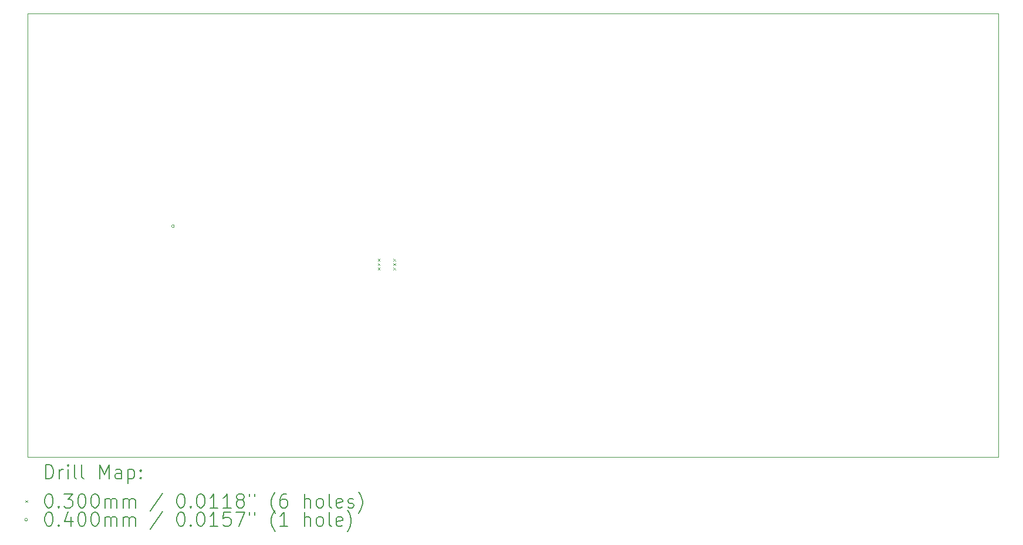
<source format=gbr>
%TF.GenerationSoftware,KiCad,Pcbnew,8.0.6*%
%TF.CreationDate,2025-02-07T02:34:47-05:00*%
%TF.ProjectId,SCAN,5343414e-2e6b-4696-9361-645f70636258,v1.0*%
%TF.SameCoordinates,Original*%
%TF.FileFunction,Drillmap*%
%TF.FilePolarity,Positive*%
%FSLAX45Y45*%
G04 Gerber Fmt 4.5, Leading zero omitted, Abs format (unit mm)*
G04 Created by KiCad (PCBNEW 8.0.6) date 2025-02-07 02:34:47*
%MOMM*%
%LPD*%
G01*
G04 APERTURE LIST*
%ADD10C,0.100000*%
%ADD11C,0.200000*%
G04 APERTURE END LIST*
D10*
X5700000Y-6800000D02*
X19700000Y-6800000D01*
X19700000Y-13200000D01*
X5700000Y-13200000D01*
X5700000Y-6800000D01*
D11*
D10*
X10747000Y-10344000D02*
X10777000Y-10374000D01*
X10777000Y-10344000D02*
X10747000Y-10374000D01*
X10747000Y-10408500D02*
X10777000Y-10438500D01*
X10777000Y-10408500D02*
X10747000Y-10438500D01*
X10747000Y-10473000D02*
X10777000Y-10503000D01*
X10777000Y-10473000D02*
X10747000Y-10503000D01*
X10972000Y-10344000D02*
X11002000Y-10374000D01*
X11002000Y-10344000D02*
X10972000Y-10374000D01*
X10972000Y-10408500D02*
X11002000Y-10438500D01*
X11002000Y-10408500D02*
X10972000Y-10438500D01*
X10972000Y-10473000D02*
X11002000Y-10503000D01*
X11002000Y-10473000D02*
X10972000Y-10503000D01*
X7813000Y-9873000D02*
G75*
G02*
X7773000Y-9873000I-20000J0D01*
G01*
X7773000Y-9873000D02*
G75*
G02*
X7813000Y-9873000I20000J0D01*
G01*
D11*
X5955777Y-13516484D02*
X5955777Y-13316484D01*
X5955777Y-13316484D02*
X6003396Y-13316484D01*
X6003396Y-13316484D02*
X6031967Y-13326008D01*
X6031967Y-13326008D02*
X6051015Y-13345055D01*
X6051015Y-13345055D02*
X6060539Y-13364103D01*
X6060539Y-13364103D02*
X6070062Y-13402198D01*
X6070062Y-13402198D02*
X6070062Y-13430769D01*
X6070062Y-13430769D02*
X6060539Y-13468865D01*
X6060539Y-13468865D02*
X6051015Y-13487912D01*
X6051015Y-13487912D02*
X6031967Y-13506960D01*
X6031967Y-13506960D02*
X6003396Y-13516484D01*
X6003396Y-13516484D02*
X5955777Y-13516484D01*
X6155777Y-13516484D02*
X6155777Y-13383150D01*
X6155777Y-13421246D02*
X6165301Y-13402198D01*
X6165301Y-13402198D02*
X6174824Y-13392674D01*
X6174824Y-13392674D02*
X6193872Y-13383150D01*
X6193872Y-13383150D02*
X6212920Y-13383150D01*
X6279586Y-13516484D02*
X6279586Y-13383150D01*
X6279586Y-13316484D02*
X6270062Y-13326008D01*
X6270062Y-13326008D02*
X6279586Y-13335531D01*
X6279586Y-13335531D02*
X6289110Y-13326008D01*
X6289110Y-13326008D02*
X6279586Y-13316484D01*
X6279586Y-13316484D02*
X6279586Y-13335531D01*
X6403396Y-13516484D02*
X6384348Y-13506960D01*
X6384348Y-13506960D02*
X6374824Y-13487912D01*
X6374824Y-13487912D02*
X6374824Y-13316484D01*
X6508158Y-13516484D02*
X6489110Y-13506960D01*
X6489110Y-13506960D02*
X6479586Y-13487912D01*
X6479586Y-13487912D02*
X6479586Y-13316484D01*
X6736729Y-13516484D02*
X6736729Y-13316484D01*
X6736729Y-13316484D02*
X6803396Y-13459341D01*
X6803396Y-13459341D02*
X6870062Y-13316484D01*
X6870062Y-13316484D02*
X6870062Y-13516484D01*
X7051015Y-13516484D02*
X7051015Y-13411722D01*
X7051015Y-13411722D02*
X7041491Y-13392674D01*
X7041491Y-13392674D02*
X7022443Y-13383150D01*
X7022443Y-13383150D02*
X6984348Y-13383150D01*
X6984348Y-13383150D02*
X6965301Y-13392674D01*
X7051015Y-13506960D02*
X7031967Y-13516484D01*
X7031967Y-13516484D02*
X6984348Y-13516484D01*
X6984348Y-13516484D02*
X6965301Y-13506960D01*
X6965301Y-13506960D02*
X6955777Y-13487912D01*
X6955777Y-13487912D02*
X6955777Y-13468865D01*
X6955777Y-13468865D02*
X6965301Y-13449817D01*
X6965301Y-13449817D02*
X6984348Y-13440293D01*
X6984348Y-13440293D02*
X7031967Y-13440293D01*
X7031967Y-13440293D02*
X7051015Y-13430769D01*
X7146253Y-13383150D02*
X7146253Y-13583150D01*
X7146253Y-13392674D02*
X7165301Y-13383150D01*
X7165301Y-13383150D02*
X7203396Y-13383150D01*
X7203396Y-13383150D02*
X7222443Y-13392674D01*
X7222443Y-13392674D02*
X7231967Y-13402198D01*
X7231967Y-13402198D02*
X7241491Y-13421246D01*
X7241491Y-13421246D02*
X7241491Y-13478388D01*
X7241491Y-13478388D02*
X7231967Y-13497436D01*
X7231967Y-13497436D02*
X7222443Y-13506960D01*
X7222443Y-13506960D02*
X7203396Y-13516484D01*
X7203396Y-13516484D02*
X7165301Y-13516484D01*
X7165301Y-13516484D02*
X7146253Y-13506960D01*
X7327205Y-13497436D02*
X7336729Y-13506960D01*
X7336729Y-13506960D02*
X7327205Y-13516484D01*
X7327205Y-13516484D02*
X7317682Y-13506960D01*
X7317682Y-13506960D02*
X7327205Y-13497436D01*
X7327205Y-13497436D02*
X7327205Y-13516484D01*
X7327205Y-13392674D02*
X7336729Y-13402198D01*
X7336729Y-13402198D02*
X7327205Y-13411722D01*
X7327205Y-13411722D02*
X7317682Y-13402198D01*
X7317682Y-13402198D02*
X7327205Y-13392674D01*
X7327205Y-13392674D02*
X7327205Y-13411722D01*
D10*
X5665000Y-13830000D02*
X5695000Y-13860000D01*
X5695000Y-13830000D02*
X5665000Y-13860000D01*
D11*
X5993872Y-13736484D02*
X6012920Y-13736484D01*
X6012920Y-13736484D02*
X6031967Y-13746008D01*
X6031967Y-13746008D02*
X6041491Y-13755531D01*
X6041491Y-13755531D02*
X6051015Y-13774579D01*
X6051015Y-13774579D02*
X6060539Y-13812674D01*
X6060539Y-13812674D02*
X6060539Y-13860293D01*
X6060539Y-13860293D02*
X6051015Y-13898388D01*
X6051015Y-13898388D02*
X6041491Y-13917436D01*
X6041491Y-13917436D02*
X6031967Y-13926960D01*
X6031967Y-13926960D02*
X6012920Y-13936484D01*
X6012920Y-13936484D02*
X5993872Y-13936484D01*
X5993872Y-13936484D02*
X5974824Y-13926960D01*
X5974824Y-13926960D02*
X5965301Y-13917436D01*
X5965301Y-13917436D02*
X5955777Y-13898388D01*
X5955777Y-13898388D02*
X5946253Y-13860293D01*
X5946253Y-13860293D02*
X5946253Y-13812674D01*
X5946253Y-13812674D02*
X5955777Y-13774579D01*
X5955777Y-13774579D02*
X5965301Y-13755531D01*
X5965301Y-13755531D02*
X5974824Y-13746008D01*
X5974824Y-13746008D02*
X5993872Y-13736484D01*
X6146253Y-13917436D02*
X6155777Y-13926960D01*
X6155777Y-13926960D02*
X6146253Y-13936484D01*
X6146253Y-13936484D02*
X6136729Y-13926960D01*
X6136729Y-13926960D02*
X6146253Y-13917436D01*
X6146253Y-13917436D02*
X6146253Y-13936484D01*
X6222443Y-13736484D02*
X6346253Y-13736484D01*
X6346253Y-13736484D02*
X6279586Y-13812674D01*
X6279586Y-13812674D02*
X6308158Y-13812674D01*
X6308158Y-13812674D02*
X6327205Y-13822198D01*
X6327205Y-13822198D02*
X6336729Y-13831722D01*
X6336729Y-13831722D02*
X6346253Y-13850769D01*
X6346253Y-13850769D02*
X6346253Y-13898388D01*
X6346253Y-13898388D02*
X6336729Y-13917436D01*
X6336729Y-13917436D02*
X6327205Y-13926960D01*
X6327205Y-13926960D02*
X6308158Y-13936484D01*
X6308158Y-13936484D02*
X6251015Y-13936484D01*
X6251015Y-13936484D02*
X6231967Y-13926960D01*
X6231967Y-13926960D02*
X6222443Y-13917436D01*
X6470062Y-13736484D02*
X6489110Y-13736484D01*
X6489110Y-13736484D02*
X6508158Y-13746008D01*
X6508158Y-13746008D02*
X6517682Y-13755531D01*
X6517682Y-13755531D02*
X6527205Y-13774579D01*
X6527205Y-13774579D02*
X6536729Y-13812674D01*
X6536729Y-13812674D02*
X6536729Y-13860293D01*
X6536729Y-13860293D02*
X6527205Y-13898388D01*
X6527205Y-13898388D02*
X6517682Y-13917436D01*
X6517682Y-13917436D02*
X6508158Y-13926960D01*
X6508158Y-13926960D02*
X6489110Y-13936484D01*
X6489110Y-13936484D02*
X6470062Y-13936484D01*
X6470062Y-13936484D02*
X6451015Y-13926960D01*
X6451015Y-13926960D02*
X6441491Y-13917436D01*
X6441491Y-13917436D02*
X6431967Y-13898388D01*
X6431967Y-13898388D02*
X6422443Y-13860293D01*
X6422443Y-13860293D02*
X6422443Y-13812674D01*
X6422443Y-13812674D02*
X6431967Y-13774579D01*
X6431967Y-13774579D02*
X6441491Y-13755531D01*
X6441491Y-13755531D02*
X6451015Y-13746008D01*
X6451015Y-13746008D02*
X6470062Y-13736484D01*
X6660539Y-13736484D02*
X6679586Y-13736484D01*
X6679586Y-13736484D02*
X6698634Y-13746008D01*
X6698634Y-13746008D02*
X6708158Y-13755531D01*
X6708158Y-13755531D02*
X6717682Y-13774579D01*
X6717682Y-13774579D02*
X6727205Y-13812674D01*
X6727205Y-13812674D02*
X6727205Y-13860293D01*
X6727205Y-13860293D02*
X6717682Y-13898388D01*
X6717682Y-13898388D02*
X6708158Y-13917436D01*
X6708158Y-13917436D02*
X6698634Y-13926960D01*
X6698634Y-13926960D02*
X6679586Y-13936484D01*
X6679586Y-13936484D02*
X6660539Y-13936484D01*
X6660539Y-13936484D02*
X6641491Y-13926960D01*
X6641491Y-13926960D02*
X6631967Y-13917436D01*
X6631967Y-13917436D02*
X6622443Y-13898388D01*
X6622443Y-13898388D02*
X6612920Y-13860293D01*
X6612920Y-13860293D02*
X6612920Y-13812674D01*
X6612920Y-13812674D02*
X6622443Y-13774579D01*
X6622443Y-13774579D02*
X6631967Y-13755531D01*
X6631967Y-13755531D02*
X6641491Y-13746008D01*
X6641491Y-13746008D02*
X6660539Y-13736484D01*
X6812920Y-13936484D02*
X6812920Y-13803150D01*
X6812920Y-13822198D02*
X6822443Y-13812674D01*
X6822443Y-13812674D02*
X6841491Y-13803150D01*
X6841491Y-13803150D02*
X6870063Y-13803150D01*
X6870063Y-13803150D02*
X6889110Y-13812674D01*
X6889110Y-13812674D02*
X6898634Y-13831722D01*
X6898634Y-13831722D02*
X6898634Y-13936484D01*
X6898634Y-13831722D02*
X6908158Y-13812674D01*
X6908158Y-13812674D02*
X6927205Y-13803150D01*
X6927205Y-13803150D02*
X6955777Y-13803150D01*
X6955777Y-13803150D02*
X6974824Y-13812674D01*
X6974824Y-13812674D02*
X6984348Y-13831722D01*
X6984348Y-13831722D02*
X6984348Y-13936484D01*
X7079586Y-13936484D02*
X7079586Y-13803150D01*
X7079586Y-13822198D02*
X7089110Y-13812674D01*
X7089110Y-13812674D02*
X7108158Y-13803150D01*
X7108158Y-13803150D02*
X7136729Y-13803150D01*
X7136729Y-13803150D02*
X7155777Y-13812674D01*
X7155777Y-13812674D02*
X7165301Y-13831722D01*
X7165301Y-13831722D02*
X7165301Y-13936484D01*
X7165301Y-13831722D02*
X7174824Y-13812674D01*
X7174824Y-13812674D02*
X7193872Y-13803150D01*
X7193872Y-13803150D02*
X7222443Y-13803150D01*
X7222443Y-13803150D02*
X7241491Y-13812674D01*
X7241491Y-13812674D02*
X7251015Y-13831722D01*
X7251015Y-13831722D02*
X7251015Y-13936484D01*
X7641491Y-13726960D02*
X7470063Y-13984103D01*
X7898634Y-13736484D02*
X7917682Y-13736484D01*
X7917682Y-13736484D02*
X7936729Y-13746008D01*
X7936729Y-13746008D02*
X7946253Y-13755531D01*
X7946253Y-13755531D02*
X7955777Y-13774579D01*
X7955777Y-13774579D02*
X7965301Y-13812674D01*
X7965301Y-13812674D02*
X7965301Y-13860293D01*
X7965301Y-13860293D02*
X7955777Y-13898388D01*
X7955777Y-13898388D02*
X7946253Y-13917436D01*
X7946253Y-13917436D02*
X7936729Y-13926960D01*
X7936729Y-13926960D02*
X7917682Y-13936484D01*
X7917682Y-13936484D02*
X7898634Y-13936484D01*
X7898634Y-13936484D02*
X7879586Y-13926960D01*
X7879586Y-13926960D02*
X7870063Y-13917436D01*
X7870063Y-13917436D02*
X7860539Y-13898388D01*
X7860539Y-13898388D02*
X7851015Y-13860293D01*
X7851015Y-13860293D02*
X7851015Y-13812674D01*
X7851015Y-13812674D02*
X7860539Y-13774579D01*
X7860539Y-13774579D02*
X7870063Y-13755531D01*
X7870063Y-13755531D02*
X7879586Y-13746008D01*
X7879586Y-13746008D02*
X7898634Y-13736484D01*
X8051015Y-13917436D02*
X8060539Y-13926960D01*
X8060539Y-13926960D02*
X8051015Y-13936484D01*
X8051015Y-13936484D02*
X8041491Y-13926960D01*
X8041491Y-13926960D02*
X8051015Y-13917436D01*
X8051015Y-13917436D02*
X8051015Y-13936484D01*
X8184348Y-13736484D02*
X8203396Y-13736484D01*
X8203396Y-13736484D02*
X8222444Y-13746008D01*
X8222444Y-13746008D02*
X8231967Y-13755531D01*
X8231967Y-13755531D02*
X8241491Y-13774579D01*
X8241491Y-13774579D02*
X8251015Y-13812674D01*
X8251015Y-13812674D02*
X8251015Y-13860293D01*
X8251015Y-13860293D02*
X8241491Y-13898388D01*
X8241491Y-13898388D02*
X8231967Y-13917436D01*
X8231967Y-13917436D02*
X8222444Y-13926960D01*
X8222444Y-13926960D02*
X8203396Y-13936484D01*
X8203396Y-13936484D02*
X8184348Y-13936484D01*
X8184348Y-13936484D02*
X8165301Y-13926960D01*
X8165301Y-13926960D02*
X8155777Y-13917436D01*
X8155777Y-13917436D02*
X8146253Y-13898388D01*
X8146253Y-13898388D02*
X8136729Y-13860293D01*
X8136729Y-13860293D02*
X8136729Y-13812674D01*
X8136729Y-13812674D02*
X8146253Y-13774579D01*
X8146253Y-13774579D02*
X8155777Y-13755531D01*
X8155777Y-13755531D02*
X8165301Y-13746008D01*
X8165301Y-13746008D02*
X8184348Y-13736484D01*
X8441491Y-13936484D02*
X8327206Y-13936484D01*
X8384348Y-13936484D02*
X8384348Y-13736484D01*
X8384348Y-13736484D02*
X8365301Y-13765055D01*
X8365301Y-13765055D02*
X8346253Y-13784103D01*
X8346253Y-13784103D02*
X8327206Y-13793627D01*
X8631968Y-13936484D02*
X8517682Y-13936484D01*
X8574825Y-13936484D02*
X8574825Y-13736484D01*
X8574825Y-13736484D02*
X8555777Y-13765055D01*
X8555777Y-13765055D02*
X8536729Y-13784103D01*
X8536729Y-13784103D02*
X8517682Y-13793627D01*
X8746253Y-13822198D02*
X8727206Y-13812674D01*
X8727206Y-13812674D02*
X8717682Y-13803150D01*
X8717682Y-13803150D02*
X8708158Y-13784103D01*
X8708158Y-13784103D02*
X8708158Y-13774579D01*
X8708158Y-13774579D02*
X8717682Y-13755531D01*
X8717682Y-13755531D02*
X8727206Y-13746008D01*
X8727206Y-13746008D02*
X8746253Y-13736484D01*
X8746253Y-13736484D02*
X8784349Y-13736484D01*
X8784349Y-13736484D02*
X8803396Y-13746008D01*
X8803396Y-13746008D02*
X8812920Y-13755531D01*
X8812920Y-13755531D02*
X8822444Y-13774579D01*
X8822444Y-13774579D02*
X8822444Y-13784103D01*
X8822444Y-13784103D02*
X8812920Y-13803150D01*
X8812920Y-13803150D02*
X8803396Y-13812674D01*
X8803396Y-13812674D02*
X8784349Y-13822198D01*
X8784349Y-13822198D02*
X8746253Y-13822198D01*
X8746253Y-13822198D02*
X8727206Y-13831722D01*
X8727206Y-13831722D02*
X8717682Y-13841246D01*
X8717682Y-13841246D02*
X8708158Y-13860293D01*
X8708158Y-13860293D02*
X8708158Y-13898388D01*
X8708158Y-13898388D02*
X8717682Y-13917436D01*
X8717682Y-13917436D02*
X8727206Y-13926960D01*
X8727206Y-13926960D02*
X8746253Y-13936484D01*
X8746253Y-13936484D02*
X8784349Y-13936484D01*
X8784349Y-13936484D02*
X8803396Y-13926960D01*
X8803396Y-13926960D02*
X8812920Y-13917436D01*
X8812920Y-13917436D02*
X8822444Y-13898388D01*
X8822444Y-13898388D02*
X8822444Y-13860293D01*
X8822444Y-13860293D02*
X8812920Y-13841246D01*
X8812920Y-13841246D02*
X8803396Y-13831722D01*
X8803396Y-13831722D02*
X8784349Y-13822198D01*
X8898634Y-13736484D02*
X8898634Y-13774579D01*
X8974825Y-13736484D02*
X8974825Y-13774579D01*
X9270063Y-14012674D02*
X9260539Y-14003150D01*
X9260539Y-14003150D02*
X9241491Y-13974579D01*
X9241491Y-13974579D02*
X9231968Y-13955531D01*
X9231968Y-13955531D02*
X9222444Y-13926960D01*
X9222444Y-13926960D02*
X9212920Y-13879341D01*
X9212920Y-13879341D02*
X9212920Y-13841246D01*
X9212920Y-13841246D02*
X9222444Y-13793627D01*
X9222444Y-13793627D02*
X9231968Y-13765055D01*
X9231968Y-13765055D02*
X9241491Y-13746008D01*
X9241491Y-13746008D02*
X9260539Y-13717436D01*
X9260539Y-13717436D02*
X9270063Y-13707912D01*
X9431968Y-13736484D02*
X9393872Y-13736484D01*
X9393872Y-13736484D02*
X9374825Y-13746008D01*
X9374825Y-13746008D02*
X9365301Y-13755531D01*
X9365301Y-13755531D02*
X9346253Y-13784103D01*
X9346253Y-13784103D02*
X9336730Y-13822198D01*
X9336730Y-13822198D02*
X9336730Y-13898388D01*
X9336730Y-13898388D02*
X9346253Y-13917436D01*
X9346253Y-13917436D02*
X9355777Y-13926960D01*
X9355777Y-13926960D02*
X9374825Y-13936484D01*
X9374825Y-13936484D02*
X9412920Y-13936484D01*
X9412920Y-13936484D02*
X9431968Y-13926960D01*
X9431968Y-13926960D02*
X9441491Y-13917436D01*
X9441491Y-13917436D02*
X9451015Y-13898388D01*
X9451015Y-13898388D02*
X9451015Y-13850769D01*
X9451015Y-13850769D02*
X9441491Y-13831722D01*
X9441491Y-13831722D02*
X9431968Y-13822198D01*
X9431968Y-13822198D02*
X9412920Y-13812674D01*
X9412920Y-13812674D02*
X9374825Y-13812674D01*
X9374825Y-13812674D02*
X9355777Y-13822198D01*
X9355777Y-13822198D02*
X9346253Y-13831722D01*
X9346253Y-13831722D02*
X9336730Y-13850769D01*
X9689111Y-13936484D02*
X9689111Y-13736484D01*
X9774825Y-13936484D02*
X9774825Y-13831722D01*
X9774825Y-13831722D02*
X9765301Y-13812674D01*
X9765301Y-13812674D02*
X9746253Y-13803150D01*
X9746253Y-13803150D02*
X9717682Y-13803150D01*
X9717682Y-13803150D02*
X9698634Y-13812674D01*
X9698634Y-13812674D02*
X9689111Y-13822198D01*
X9898634Y-13936484D02*
X9879587Y-13926960D01*
X9879587Y-13926960D02*
X9870063Y-13917436D01*
X9870063Y-13917436D02*
X9860539Y-13898388D01*
X9860539Y-13898388D02*
X9860539Y-13841246D01*
X9860539Y-13841246D02*
X9870063Y-13822198D01*
X9870063Y-13822198D02*
X9879587Y-13812674D01*
X9879587Y-13812674D02*
X9898634Y-13803150D01*
X9898634Y-13803150D02*
X9927206Y-13803150D01*
X9927206Y-13803150D02*
X9946253Y-13812674D01*
X9946253Y-13812674D02*
X9955777Y-13822198D01*
X9955777Y-13822198D02*
X9965301Y-13841246D01*
X9965301Y-13841246D02*
X9965301Y-13898388D01*
X9965301Y-13898388D02*
X9955777Y-13917436D01*
X9955777Y-13917436D02*
X9946253Y-13926960D01*
X9946253Y-13926960D02*
X9927206Y-13936484D01*
X9927206Y-13936484D02*
X9898634Y-13936484D01*
X10079587Y-13936484D02*
X10060539Y-13926960D01*
X10060539Y-13926960D02*
X10051015Y-13907912D01*
X10051015Y-13907912D02*
X10051015Y-13736484D01*
X10231968Y-13926960D02*
X10212920Y-13936484D01*
X10212920Y-13936484D02*
X10174825Y-13936484D01*
X10174825Y-13936484D02*
X10155777Y-13926960D01*
X10155777Y-13926960D02*
X10146253Y-13907912D01*
X10146253Y-13907912D02*
X10146253Y-13831722D01*
X10146253Y-13831722D02*
X10155777Y-13812674D01*
X10155777Y-13812674D02*
X10174825Y-13803150D01*
X10174825Y-13803150D02*
X10212920Y-13803150D01*
X10212920Y-13803150D02*
X10231968Y-13812674D01*
X10231968Y-13812674D02*
X10241492Y-13831722D01*
X10241492Y-13831722D02*
X10241492Y-13850769D01*
X10241492Y-13850769D02*
X10146253Y-13869817D01*
X10317682Y-13926960D02*
X10336730Y-13936484D01*
X10336730Y-13936484D02*
X10374825Y-13936484D01*
X10374825Y-13936484D02*
X10393873Y-13926960D01*
X10393873Y-13926960D02*
X10403396Y-13907912D01*
X10403396Y-13907912D02*
X10403396Y-13898388D01*
X10403396Y-13898388D02*
X10393873Y-13879341D01*
X10393873Y-13879341D02*
X10374825Y-13869817D01*
X10374825Y-13869817D02*
X10346253Y-13869817D01*
X10346253Y-13869817D02*
X10327206Y-13860293D01*
X10327206Y-13860293D02*
X10317682Y-13841246D01*
X10317682Y-13841246D02*
X10317682Y-13831722D01*
X10317682Y-13831722D02*
X10327206Y-13812674D01*
X10327206Y-13812674D02*
X10346253Y-13803150D01*
X10346253Y-13803150D02*
X10374825Y-13803150D01*
X10374825Y-13803150D02*
X10393873Y-13812674D01*
X10470063Y-14012674D02*
X10479587Y-14003150D01*
X10479587Y-14003150D02*
X10498634Y-13974579D01*
X10498634Y-13974579D02*
X10508158Y-13955531D01*
X10508158Y-13955531D02*
X10517682Y-13926960D01*
X10517682Y-13926960D02*
X10527206Y-13879341D01*
X10527206Y-13879341D02*
X10527206Y-13841246D01*
X10527206Y-13841246D02*
X10517682Y-13793627D01*
X10517682Y-13793627D02*
X10508158Y-13765055D01*
X10508158Y-13765055D02*
X10498634Y-13746008D01*
X10498634Y-13746008D02*
X10479587Y-13717436D01*
X10479587Y-13717436D02*
X10470063Y-13707912D01*
D10*
X5695000Y-14109000D02*
G75*
G02*
X5655000Y-14109000I-20000J0D01*
G01*
X5655000Y-14109000D02*
G75*
G02*
X5695000Y-14109000I20000J0D01*
G01*
D11*
X5993872Y-14000484D02*
X6012920Y-14000484D01*
X6012920Y-14000484D02*
X6031967Y-14010008D01*
X6031967Y-14010008D02*
X6041491Y-14019531D01*
X6041491Y-14019531D02*
X6051015Y-14038579D01*
X6051015Y-14038579D02*
X6060539Y-14076674D01*
X6060539Y-14076674D02*
X6060539Y-14124293D01*
X6060539Y-14124293D02*
X6051015Y-14162388D01*
X6051015Y-14162388D02*
X6041491Y-14181436D01*
X6041491Y-14181436D02*
X6031967Y-14190960D01*
X6031967Y-14190960D02*
X6012920Y-14200484D01*
X6012920Y-14200484D02*
X5993872Y-14200484D01*
X5993872Y-14200484D02*
X5974824Y-14190960D01*
X5974824Y-14190960D02*
X5965301Y-14181436D01*
X5965301Y-14181436D02*
X5955777Y-14162388D01*
X5955777Y-14162388D02*
X5946253Y-14124293D01*
X5946253Y-14124293D02*
X5946253Y-14076674D01*
X5946253Y-14076674D02*
X5955777Y-14038579D01*
X5955777Y-14038579D02*
X5965301Y-14019531D01*
X5965301Y-14019531D02*
X5974824Y-14010008D01*
X5974824Y-14010008D02*
X5993872Y-14000484D01*
X6146253Y-14181436D02*
X6155777Y-14190960D01*
X6155777Y-14190960D02*
X6146253Y-14200484D01*
X6146253Y-14200484D02*
X6136729Y-14190960D01*
X6136729Y-14190960D02*
X6146253Y-14181436D01*
X6146253Y-14181436D02*
X6146253Y-14200484D01*
X6327205Y-14067150D02*
X6327205Y-14200484D01*
X6279586Y-13990960D02*
X6231967Y-14133817D01*
X6231967Y-14133817D02*
X6355777Y-14133817D01*
X6470062Y-14000484D02*
X6489110Y-14000484D01*
X6489110Y-14000484D02*
X6508158Y-14010008D01*
X6508158Y-14010008D02*
X6517682Y-14019531D01*
X6517682Y-14019531D02*
X6527205Y-14038579D01*
X6527205Y-14038579D02*
X6536729Y-14076674D01*
X6536729Y-14076674D02*
X6536729Y-14124293D01*
X6536729Y-14124293D02*
X6527205Y-14162388D01*
X6527205Y-14162388D02*
X6517682Y-14181436D01*
X6517682Y-14181436D02*
X6508158Y-14190960D01*
X6508158Y-14190960D02*
X6489110Y-14200484D01*
X6489110Y-14200484D02*
X6470062Y-14200484D01*
X6470062Y-14200484D02*
X6451015Y-14190960D01*
X6451015Y-14190960D02*
X6441491Y-14181436D01*
X6441491Y-14181436D02*
X6431967Y-14162388D01*
X6431967Y-14162388D02*
X6422443Y-14124293D01*
X6422443Y-14124293D02*
X6422443Y-14076674D01*
X6422443Y-14076674D02*
X6431967Y-14038579D01*
X6431967Y-14038579D02*
X6441491Y-14019531D01*
X6441491Y-14019531D02*
X6451015Y-14010008D01*
X6451015Y-14010008D02*
X6470062Y-14000484D01*
X6660539Y-14000484D02*
X6679586Y-14000484D01*
X6679586Y-14000484D02*
X6698634Y-14010008D01*
X6698634Y-14010008D02*
X6708158Y-14019531D01*
X6708158Y-14019531D02*
X6717682Y-14038579D01*
X6717682Y-14038579D02*
X6727205Y-14076674D01*
X6727205Y-14076674D02*
X6727205Y-14124293D01*
X6727205Y-14124293D02*
X6717682Y-14162388D01*
X6717682Y-14162388D02*
X6708158Y-14181436D01*
X6708158Y-14181436D02*
X6698634Y-14190960D01*
X6698634Y-14190960D02*
X6679586Y-14200484D01*
X6679586Y-14200484D02*
X6660539Y-14200484D01*
X6660539Y-14200484D02*
X6641491Y-14190960D01*
X6641491Y-14190960D02*
X6631967Y-14181436D01*
X6631967Y-14181436D02*
X6622443Y-14162388D01*
X6622443Y-14162388D02*
X6612920Y-14124293D01*
X6612920Y-14124293D02*
X6612920Y-14076674D01*
X6612920Y-14076674D02*
X6622443Y-14038579D01*
X6622443Y-14038579D02*
X6631967Y-14019531D01*
X6631967Y-14019531D02*
X6641491Y-14010008D01*
X6641491Y-14010008D02*
X6660539Y-14000484D01*
X6812920Y-14200484D02*
X6812920Y-14067150D01*
X6812920Y-14086198D02*
X6822443Y-14076674D01*
X6822443Y-14076674D02*
X6841491Y-14067150D01*
X6841491Y-14067150D02*
X6870063Y-14067150D01*
X6870063Y-14067150D02*
X6889110Y-14076674D01*
X6889110Y-14076674D02*
X6898634Y-14095722D01*
X6898634Y-14095722D02*
X6898634Y-14200484D01*
X6898634Y-14095722D02*
X6908158Y-14076674D01*
X6908158Y-14076674D02*
X6927205Y-14067150D01*
X6927205Y-14067150D02*
X6955777Y-14067150D01*
X6955777Y-14067150D02*
X6974824Y-14076674D01*
X6974824Y-14076674D02*
X6984348Y-14095722D01*
X6984348Y-14095722D02*
X6984348Y-14200484D01*
X7079586Y-14200484D02*
X7079586Y-14067150D01*
X7079586Y-14086198D02*
X7089110Y-14076674D01*
X7089110Y-14076674D02*
X7108158Y-14067150D01*
X7108158Y-14067150D02*
X7136729Y-14067150D01*
X7136729Y-14067150D02*
X7155777Y-14076674D01*
X7155777Y-14076674D02*
X7165301Y-14095722D01*
X7165301Y-14095722D02*
X7165301Y-14200484D01*
X7165301Y-14095722D02*
X7174824Y-14076674D01*
X7174824Y-14076674D02*
X7193872Y-14067150D01*
X7193872Y-14067150D02*
X7222443Y-14067150D01*
X7222443Y-14067150D02*
X7241491Y-14076674D01*
X7241491Y-14076674D02*
X7251015Y-14095722D01*
X7251015Y-14095722D02*
X7251015Y-14200484D01*
X7641491Y-13990960D02*
X7470063Y-14248103D01*
X7898634Y-14000484D02*
X7917682Y-14000484D01*
X7917682Y-14000484D02*
X7936729Y-14010008D01*
X7936729Y-14010008D02*
X7946253Y-14019531D01*
X7946253Y-14019531D02*
X7955777Y-14038579D01*
X7955777Y-14038579D02*
X7965301Y-14076674D01*
X7965301Y-14076674D02*
X7965301Y-14124293D01*
X7965301Y-14124293D02*
X7955777Y-14162388D01*
X7955777Y-14162388D02*
X7946253Y-14181436D01*
X7946253Y-14181436D02*
X7936729Y-14190960D01*
X7936729Y-14190960D02*
X7917682Y-14200484D01*
X7917682Y-14200484D02*
X7898634Y-14200484D01*
X7898634Y-14200484D02*
X7879586Y-14190960D01*
X7879586Y-14190960D02*
X7870063Y-14181436D01*
X7870063Y-14181436D02*
X7860539Y-14162388D01*
X7860539Y-14162388D02*
X7851015Y-14124293D01*
X7851015Y-14124293D02*
X7851015Y-14076674D01*
X7851015Y-14076674D02*
X7860539Y-14038579D01*
X7860539Y-14038579D02*
X7870063Y-14019531D01*
X7870063Y-14019531D02*
X7879586Y-14010008D01*
X7879586Y-14010008D02*
X7898634Y-14000484D01*
X8051015Y-14181436D02*
X8060539Y-14190960D01*
X8060539Y-14190960D02*
X8051015Y-14200484D01*
X8051015Y-14200484D02*
X8041491Y-14190960D01*
X8041491Y-14190960D02*
X8051015Y-14181436D01*
X8051015Y-14181436D02*
X8051015Y-14200484D01*
X8184348Y-14000484D02*
X8203396Y-14000484D01*
X8203396Y-14000484D02*
X8222444Y-14010008D01*
X8222444Y-14010008D02*
X8231967Y-14019531D01*
X8231967Y-14019531D02*
X8241491Y-14038579D01*
X8241491Y-14038579D02*
X8251015Y-14076674D01*
X8251015Y-14076674D02*
X8251015Y-14124293D01*
X8251015Y-14124293D02*
X8241491Y-14162388D01*
X8241491Y-14162388D02*
X8231967Y-14181436D01*
X8231967Y-14181436D02*
X8222444Y-14190960D01*
X8222444Y-14190960D02*
X8203396Y-14200484D01*
X8203396Y-14200484D02*
X8184348Y-14200484D01*
X8184348Y-14200484D02*
X8165301Y-14190960D01*
X8165301Y-14190960D02*
X8155777Y-14181436D01*
X8155777Y-14181436D02*
X8146253Y-14162388D01*
X8146253Y-14162388D02*
X8136729Y-14124293D01*
X8136729Y-14124293D02*
X8136729Y-14076674D01*
X8136729Y-14076674D02*
X8146253Y-14038579D01*
X8146253Y-14038579D02*
X8155777Y-14019531D01*
X8155777Y-14019531D02*
X8165301Y-14010008D01*
X8165301Y-14010008D02*
X8184348Y-14000484D01*
X8441491Y-14200484D02*
X8327206Y-14200484D01*
X8384348Y-14200484D02*
X8384348Y-14000484D01*
X8384348Y-14000484D02*
X8365301Y-14029055D01*
X8365301Y-14029055D02*
X8346253Y-14048103D01*
X8346253Y-14048103D02*
X8327206Y-14057627D01*
X8622444Y-14000484D02*
X8527206Y-14000484D01*
X8527206Y-14000484D02*
X8517682Y-14095722D01*
X8517682Y-14095722D02*
X8527206Y-14086198D01*
X8527206Y-14086198D02*
X8546253Y-14076674D01*
X8546253Y-14076674D02*
X8593872Y-14076674D01*
X8593872Y-14076674D02*
X8612920Y-14086198D01*
X8612920Y-14086198D02*
X8622444Y-14095722D01*
X8622444Y-14095722D02*
X8631968Y-14114769D01*
X8631968Y-14114769D02*
X8631968Y-14162388D01*
X8631968Y-14162388D02*
X8622444Y-14181436D01*
X8622444Y-14181436D02*
X8612920Y-14190960D01*
X8612920Y-14190960D02*
X8593872Y-14200484D01*
X8593872Y-14200484D02*
X8546253Y-14200484D01*
X8546253Y-14200484D02*
X8527206Y-14190960D01*
X8527206Y-14190960D02*
X8517682Y-14181436D01*
X8698634Y-14000484D02*
X8831968Y-14000484D01*
X8831968Y-14000484D02*
X8746253Y-14200484D01*
X8898634Y-14000484D02*
X8898634Y-14038579D01*
X8974825Y-14000484D02*
X8974825Y-14038579D01*
X9270063Y-14276674D02*
X9260539Y-14267150D01*
X9260539Y-14267150D02*
X9241491Y-14238579D01*
X9241491Y-14238579D02*
X9231968Y-14219531D01*
X9231968Y-14219531D02*
X9222444Y-14190960D01*
X9222444Y-14190960D02*
X9212920Y-14143341D01*
X9212920Y-14143341D02*
X9212920Y-14105246D01*
X9212920Y-14105246D02*
X9222444Y-14057627D01*
X9222444Y-14057627D02*
X9231968Y-14029055D01*
X9231968Y-14029055D02*
X9241491Y-14010008D01*
X9241491Y-14010008D02*
X9260539Y-13981436D01*
X9260539Y-13981436D02*
X9270063Y-13971912D01*
X9451015Y-14200484D02*
X9336730Y-14200484D01*
X9393872Y-14200484D02*
X9393872Y-14000484D01*
X9393872Y-14000484D02*
X9374825Y-14029055D01*
X9374825Y-14029055D02*
X9355777Y-14048103D01*
X9355777Y-14048103D02*
X9336730Y-14057627D01*
X9689111Y-14200484D02*
X9689111Y-14000484D01*
X9774825Y-14200484D02*
X9774825Y-14095722D01*
X9774825Y-14095722D02*
X9765301Y-14076674D01*
X9765301Y-14076674D02*
X9746253Y-14067150D01*
X9746253Y-14067150D02*
X9717682Y-14067150D01*
X9717682Y-14067150D02*
X9698634Y-14076674D01*
X9698634Y-14076674D02*
X9689111Y-14086198D01*
X9898634Y-14200484D02*
X9879587Y-14190960D01*
X9879587Y-14190960D02*
X9870063Y-14181436D01*
X9870063Y-14181436D02*
X9860539Y-14162388D01*
X9860539Y-14162388D02*
X9860539Y-14105246D01*
X9860539Y-14105246D02*
X9870063Y-14086198D01*
X9870063Y-14086198D02*
X9879587Y-14076674D01*
X9879587Y-14076674D02*
X9898634Y-14067150D01*
X9898634Y-14067150D02*
X9927206Y-14067150D01*
X9927206Y-14067150D02*
X9946253Y-14076674D01*
X9946253Y-14076674D02*
X9955777Y-14086198D01*
X9955777Y-14086198D02*
X9965301Y-14105246D01*
X9965301Y-14105246D02*
X9965301Y-14162388D01*
X9965301Y-14162388D02*
X9955777Y-14181436D01*
X9955777Y-14181436D02*
X9946253Y-14190960D01*
X9946253Y-14190960D02*
X9927206Y-14200484D01*
X9927206Y-14200484D02*
X9898634Y-14200484D01*
X10079587Y-14200484D02*
X10060539Y-14190960D01*
X10060539Y-14190960D02*
X10051015Y-14171912D01*
X10051015Y-14171912D02*
X10051015Y-14000484D01*
X10231968Y-14190960D02*
X10212920Y-14200484D01*
X10212920Y-14200484D02*
X10174825Y-14200484D01*
X10174825Y-14200484D02*
X10155777Y-14190960D01*
X10155777Y-14190960D02*
X10146253Y-14171912D01*
X10146253Y-14171912D02*
X10146253Y-14095722D01*
X10146253Y-14095722D02*
X10155777Y-14076674D01*
X10155777Y-14076674D02*
X10174825Y-14067150D01*
X10174825Y-14067150D02*
X10212920Y-14067150D01*
X10212920Y-14067150D02*
X10231968Y-14076674D01*
X10231968Y-14076674D02*
X10241492Y-14095722D01*
X10241492Y-14095722D02*
X10241492Y-14114769D01*
X10241492Y-14114769D02*
X10146253Y-14133817D01*
X10308158Y-14276674D02*
X10317682Y-14267150D01*
X10317682Y-14267150D02*
X10336730Y-14238579D01*
X10336730Y-14238579D02*
X10346253Y-14219531D01*
X10346253Y-14219531D02*
X10355777Y-14190960D01*
X10355777Y-14190960D02*
X10365301Y-14143341D01*
X10365301Y-14143341D02*
X10365301Y-14105246D01*
X10365301Y-14105246D02*
X10355777Y-14057627D01*
X10355777Y-14057627D02*
X10346253Y-14029055D01*
X10346253Y-14029055D02*
X10336730Y-14010008D01*
X10336730Y-14010008D02*
X10317682Y-13981436D01*
X10317682Y-13981436D02*
X10308158Y-13971912D01*
M02*

</source>
